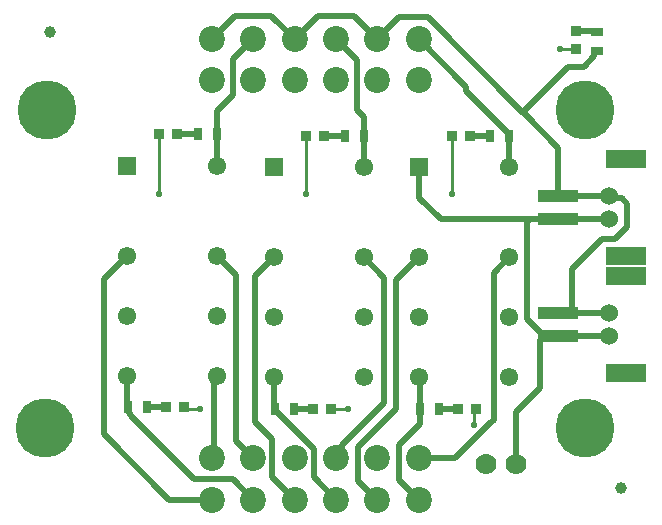
<source format=gtl>
G04*
G04 #@! TF.GenerationSoftware,Altium Limited,Altium Designer,21.1.1 (26)*
G04*
G04 Layer_Physical_Order=1*
G04 Layer_Color=255*
%FSLAX25Y25*%
%MOIN*%
G70*
G04*
G04 #@! TF.SameCoordinates,BF935737-4819-41B5-9F27-83029170D06B*
G04*
G04*
G04 #@! TF.FilePolarity,Positive*
G04*
G01*
G75*
%ADD13C,0.01000*%
%ADD24C,0.06102*%
%ADD25R,0.06102X0.06102*%
%ADD33R,0.03000X0.04000*%
%ADD34R,0.03500X0.03500*%
%ADD35C,0.03937*%
%ADD36R,0.13386X0.05906*%
%ADD37R,0.13780X0.04331*%
%ADD38R,0.04000X0.03000*%
%ADD39R,0.03500X0.03500*%
%ADD40C,0.02000*%
%ADD41C,0.08661*%
%ADD42C,0.02000*%
%ADD43C,0.19685*%
%ADD44C,0.06000*%
%ADD45C,0.07000*%
%ADD46C,0.02165*%
D13*
X281500Y336500D02*
X287000D01*
X253000Y215876D02*
X253624Y216500D01*
X245500Y288000D02*
Y307500D01*
X253000Y211000D02*
Y215876D01*
X205124Y216500D02*
X211000D01*
X156624D02*
X161500D01*
X156124Y217000D02*
X156624Y216500D01*
X197000Y288000D02*
Y307500D01*
X148000Y288000D02*
Y308000D01*
D24*
X264624Y297000D02*
D03*
Y267000D02*
D03*
Y247000D02*
D03*
Y227000D02*
D03*
X234624Y267000D02*
D03*
Y247000D02*
D03*
Y227000D02*
D03*
X167124Y297500D02*
D03*
Y267500D02*
D03*
Y247500D02*
D03*
Y227500D02*
D03*
X137124Y267500D02*
D03*
Y247500D02*
D03*
Y227500D02*
D03*
X216124Y297000D02*
D03*
Y267000D02*
D03*
Y247000D02*
D03*
Y227000D02*
D03*
X186124Y267000D02*
D03*
Y247000D02*
D03*
Y227000D02*
D03*
D25*
X234624Y297000D02*
D03*
X137124Y297500D02*
D03*
X186124Y297000D02*
D03*
D33*
X235000Y216500D02*
D03*
X241247D02*
D03*
X264624Y307500D02*
D03*
X258376D02*
D03*
X167124Y308000D02*
D03*
X160876D02*
D03*
X137500Y217000D02*
D03*
X143747D02*
D03*
X186500Y216500D02*
D03*
X192747D02*
D03*
X216124Y307500D02*
D03*
X209876D02*
D03*
D34*
X247624Y216500D02*
D03*
X253624D02*
D03*
X251500Y307500D02*
D03*
X245500D02*
D03*
X154000Y308000D02*
D03*
X148000D02*
D03*
X150124Y217000D02*
D03*
X156124D02*
D03*
X199124Y216500D02*
D03*
X205124D02*
D03*
X203000Y307500D02*
D03*
X197000D02*
D03*
D35*
X111500Y342000D02*
D03*
X302000Y190000D02*
D03*
D36*
X303594Y228421D02*
D03*
Y260705D02*
D03*
Y267421D02*
D03*
Y299705D02*
D03*
D37*
X280957Y248500D02*
D03*
Y240626D02*
D03*
Y287500D02*
D03*
Y279626D02*
D03*
D38*
X294000Y335876D02*
D03*
Y342124D02*
D03*
D39*
X287000Y336500D02*
D03*
Y342500D02*
D03*
D40*
X264624Y307500D02*
Y308000D01*
X251500Y307500D02*
X258376D01*
X269750Y314750D02*
Y316126D01*
X269062Y315438D02*
X269750Y314750D01*
X234812Y216688D02*
X235000Y216500D01*
X241247D02*
X247624D01*
X234624Y227000D02*
X234812Y226812D01*
Y216688D02*
Y226812D01*
X234624Y286876D02*
X241874Y279626D01*
X264624Y297000D02*
Y307500D01*
X234624Y286876D02*
Y297000D01*
X258328Y211637D02*
X258328D01*
X227000Y216500D02*
Y259376D01*
X258328Y211637D02*
X259500Y212809D01*
X235000Y211500D02*
Y216500D01*
X259500Y212809D02*
Y261876D01*
X264624Y267000D01*
X227000Y259376D02*
X234624Y267000D01*
X270500Y246358D02*
Y278454D01*
X285681Y263181D02*
X295500Y273000D01*
X285681Y248500D02*
Y263181D01*
X286500Y248500D02*
X298000D01*
X285681D02*
X286500D01*
X241874Y279626D02*
X271672D01*
X280957D02*
X298000D01*
X271672D02*
X280957D01*
X275067Y239461D02*
X276232Y240626D01*
X280957D01*
X267000Y198000D02*
Y215373D01*
X275067Y223440D01*
Y239461D01*
X172551Y193000D02*
X179331Y186221D01*
X138500Y214000D02*
X159500Y193000D01*
X172551D01*
X166339Y200787D02*
Y226715D01*
X165551Y200000D02*
X166339Y200787D01*
Y226715D02*
X167124Y227500D01*
X173500Y205831D02*
X179331Y200000D01*
X173500Y205831D02*
Y261124D01*
X167124Y267500D02*
X173500Y261124D01*
X192747Y216500D02*
X199124D01*
X143747Y217000D02*
X150124D01*
X214338Y203839D02*
X227000Y216500D01*
X216124Y267000D02*
X223000Y260124D01*
Y218500D02*
Y260124D01*
X270500Y278454D02*
X271672Y279626D01*
X270500Y246358D02*
X276232Y240626D01*
X287500Y342500D02*
X287688Y342312D01*
X293812D01*
X294000Y342124D01*
X284124Y330500D02*
X289500D01*
X293000Y334000D02*
Y335376D01*
X289500Y330500D02*
X293000Y334000D01*
X269750Y316126D02*
X284124Y330500D01*
X293000Y335376D02*
X293500Y335876D01*
X237500Y347000D02*
X269062Y315438D01*
X293500Y335876D02*
X294000D01*
X269750Y314750D02*
X280957Y303543D01*
X173272Y347500D02*
X185390D01*
X165551Y339779D02*
X173272Y347500D01*
X185390D02*
X193110Y339779D01*
X200831Y347500D02*
X212949D01*
X193110Y339779D02*
X200831Y347500D01*
X212949D02*
X220669Y339779D01*
X227890Y347000D02*
X237500D01*
X220669Y339779D02*
X227890Y347000D01*
X280957Y287500D02*
Y303543D01*
Y287500D02*
X298000D01*
X298765Y286735D01*
X304000Y277000D02*
Y284828D01*
X298765Y286735D02*
X302094D01*
X304000Y284828D01*
X300000Y273000D02*
X304000Y277000D01*
X295500Y273000D02*
X300000D01*
X280957Y248500D02*
X285681D01*
X234449Y200000D02*
X246691D01*
X258328Y211637D01*
X228000Y192669D02*
Y204500D01*
X235000Y211500D01*
X280957Y240626D02*
X298000D01*
X250374Y322250D02*
Y323854D01*
X234449Y339779D02*
X250374Y323854D01*
Y322250D02*
X264624Y308000D01*
X214000Y316000D02*
X216124Y313876D01*
X214000Y316000D02*
Y332669D01*
X206890Y339779D02*
X214000Y332669D01*
X216124Y307500D02*
Y313876D01*
Y297000D02*
Y307500D01*
X203000D02*
X209876D01*
X154000Y308000D02*
X160876D01*
X167124D02*
Y315624D01*
X172590Y321090D02*
Y333039D01*
X167124Y315624D02*
X172590Y321090D01*
Y333039D02*
X179331Y339779D01*
X167124Y297500D02*
Y308000D01*
X228000Y192669D02*
X234449Y186221D01*
X214338Y192551D02*
Y203839D01*
Y192551D02*
X220669Y186221D01*
X208878Y204379D02*
X223000Y218500D01*
X206890Y200000D02*
Y201803D01*
X208878Y203791D01*
Y204379D01*
X199441Y193669D02*
X206890Y186221D01*
X199441Y193669D02*
Y203059D01*
X186500Y216000D02*
X199441Y203059D01*
X186500Y216000D02*
Y216500D01*
X186312Y216688D02*
Y226812D01*
Y216688D02*
X186500Y216500D01*
X186124Y227000D02*
X186312Y226812D01*
X180000Y212000D02*
X185661Y206339D01*
X180000Y212000D02*
Y260876D01*
X186124Y267000D01*
X185661Y193669D02*
Y206339D01*
Y193669D02*
X193110Y186221D01*
X137312Y217188D02*
Y227312D01*
Y217188D02*
X137500Y217000D01*
X137124Y227500D02*
X137312Y227312D01*
X138000Y215000D02*
X138500Y214500D01*
X137500Y217000D02*
X138000Y216500D01*
Y215000D02*
Y216500D01*
X138500Y214000D02*
Y214500D01*
X129500Y259876D02*
X137124Y267500D01*
X129500Y208000D02*
Y259876D01*
X151279Y186221D02*
X165551D01*
X129500Y208000D02*
X151279Y186221D01*
D41*
X234449D02*
D03*
X220669D02*
D03*
X206890D02*
D03*
X193110D02*
D03*
X179331D02*
D03*
X165551D02*
D03*
X234449Y200000D02*
D03*
X220669D02*
D03*
X206890D02*
D03*
X193110D02*
D03*
X179331D02*
D03*
X165551D02*
D03*
X165551Y339779D02*
D03*
X179331D02*
D03*
X193110D02*
D03*
X206890D02*
D03*
X220669D02*
D03*
X234449D02*
D03*
X165551Y326000D02*
D03*
X179331D02*
D03*
X193110D02*
D03*
X206890D02*
D03*
X220669D02*
D03*
X234449D02*
D03*
D42*
X296000Y310000D02*
D03*
X284000D02*
D03*
Y322000D02*
D03*
X281500Y316000D02*
D03*
X290000Y307500D02*
D03*
X296000Y322000D02*
D03*
X298500Y316000D02*
D03*
X290000Y324500D02*
D03*
X116500Y310000D02*
D03*
X104500D02*
D03*
Y322000D02*
D03*
X102000Y316000D02*
D03*
X110500Y307500D02*
D03*
X116500Y322000D02*
D03*
X119000Y316000D02*
D03*
X110500Y324500D02*
D03*
X116000Y204000D02*
D03*
X104000D02*
D03*
Y216000D02*
D03*
X101500Y210000D02*
D03*
X110000Y201500D02*
D03*
X116000Y216000D02*
D03*
X118500Y210000D02*
D03*
X110000Y218500D02*
D03*
X296000Y204000D02*
D03*
X284000D02*
D03*
Y216000D02*
D03*
X281500Y210000D02*
D03*
X290000Y201500D02*
D03*
X296000Y216000D02*
D03*
X298500Y210000D02*
D03*
X290000Y218500D02*
D03*
D43*
Y316000D02*
D03*
X110500D02*
D03*
X110000Y210000D02*
D03*
X290000D02*
D03*
D44*
X298000Y248500D02*
D03*
Y240626D02*
D03*
Y287500D02*
D03*
Y279626D02*
D03*
D45*
X267000Y198000D02*
D03*
X257000D02*
D03*
D46*
X281500Y336500D02*
D03*
X253000Y211000D02*
D03*
X245500Y288000D02*
D03*
X211000Y216500D02*
D03*
X161500D02*
D03*
X148000Y288000D02*
D03*
X197000D02*
D03*
M02*

</source>
